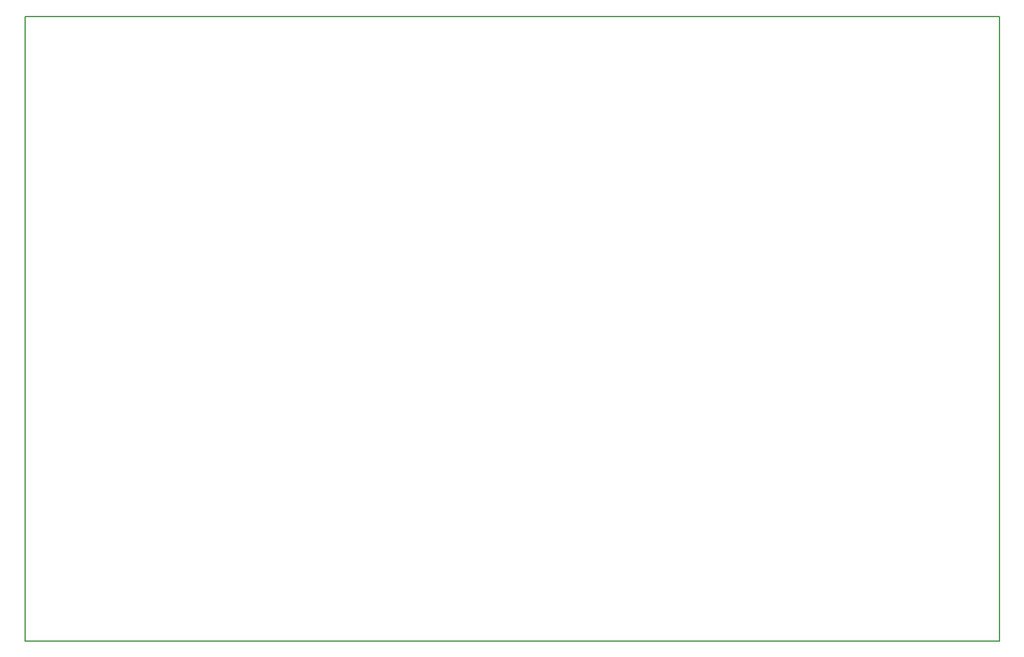
<source format=gbr>
G04 #@! TF.FileFunction,Profile,NP*
%FSLAX46Y46*%
G04 Gerber Fmt 4.6, Leading zero omitted, Abs format (unit mm)*
G04 Created by KiCad (PCBNEW 4.0.7) date 06/14/18 13:46:53*
%MOMM*%
%LPD*%
G01*
G04 APERTURE LIST*
%ADD10C,0.100000*%
%ADD11C,0.150000*%
G04 APERTURE END LIST*
D10*
D11*
X49530000Y-115570000D02*
X184150000Y-115570000D01*
X184150000Y-115570000D02*
X184150000Y-29210000D01*
X49530000Y-29210000D02*
X184150000Y-29210000D01*
X49530000Y-29210000D02*
X49530000Y-115570000D01*
M02*

</source>
